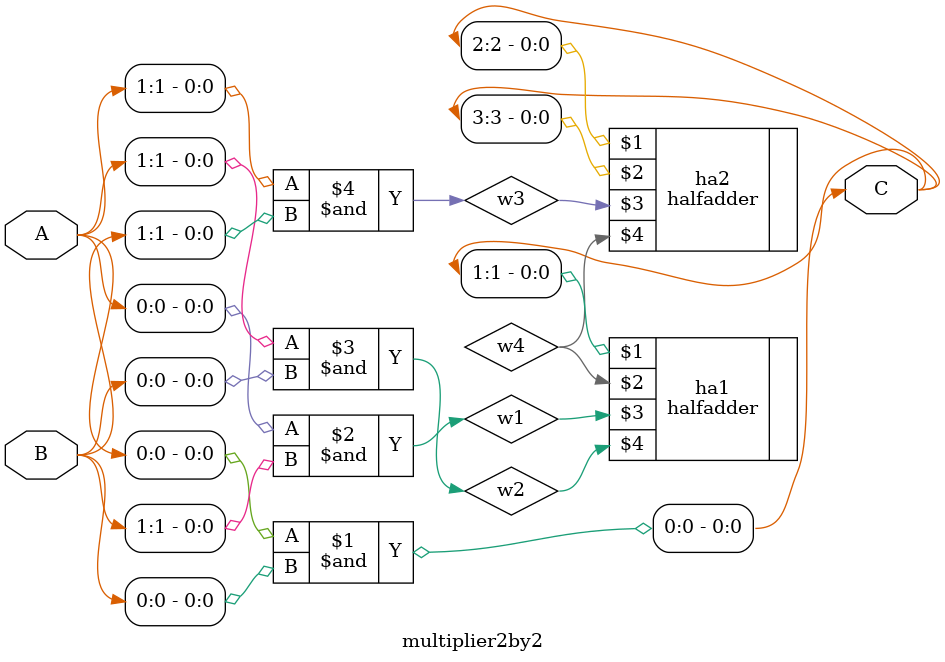
<source format=v>
module multiplier2by2(C,A,B);
input [1:0]A,B;
output [3:0]C;
wire w1,w2,w3,w4;
and (C[0],A[0],B[0]);
and (w1,A[0],B[1]);
and (w2,A[1],B[0]);
and (w3,A[1],B[1]);
halfadder ha1(C[1],w4,w1,w2);
halfadder ha2(C[2],C[3],w3,w4);
endmodule

</source>
